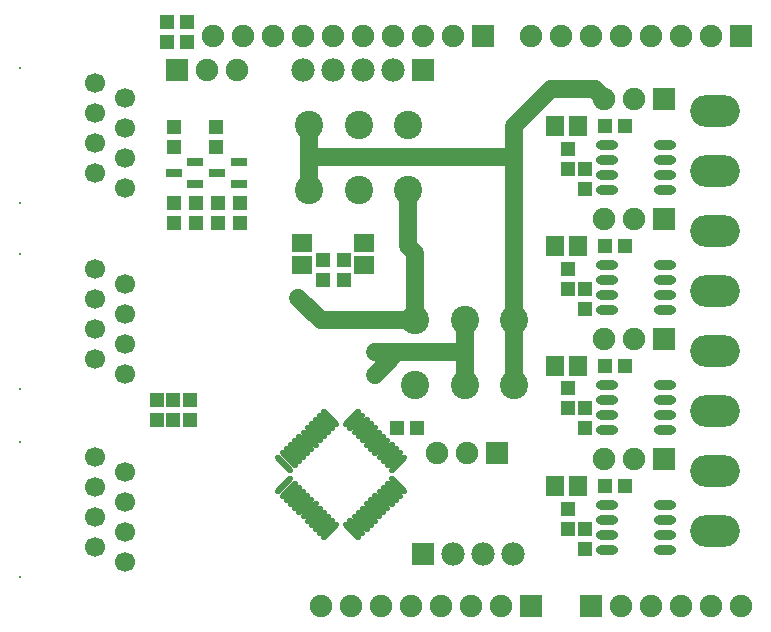
<source format=gts>
%FSLAX42Y42*%
%MOMM*%
G71*
G01*
G75*
G04 Layer_Color=8388736*
%ADD10R,1.00X1.10*%
%ADD11R,1.30X1.50*%
%ADD12O,1.70X0.60*%
%ADD13R,1.10X1.00*%
%ADD14R,1.20X0.60*%
G04:AMPARAMS|DCode=15|XSize=0.3mm|YSize=1.8mm|CornerRadius=0mm|HoleSize=0mm|Usage=FLASHONLY|Rotation=315.000|XOffset=0mm|YOffset=0mm|HoleType=Round|Shape=Round|*
%AMOVALD15*
21,1,1.50,0.30,0.00,0.00,45.0*
1,1,0.30,-0.53,-0.53*
1,1,0.30,0.53,0.53*
%
%ADD15OVALD15*%

G04:AMPARAMS|DCode=16|XSize=0.3mm|YSize=1.8mm|CornerRadius=0mm|HoleSize=0mm|Usage=FLASHONLY|Rotation=225.000|XOffset=0mm|YOffset=0mm|HoleType=Round|Shape=Round|*
%AMOVALD16*
21,1,1.50,0.30,0.00,0.00,315.0*
1,1,0.30,-0.53,0.53*
1,1,0.30,0.53,-0.53*
%
%ADD16OVALD16*%

%ADD17R,1.50X1.30*%
%ADD18C,0.60*%
%ADD19C,0.26*%
%ADD20C,1.20*%
%ADD21C,0.25*%
%ADD22C,0.70*%
%ADD23C,0.50*%
%ADD24C,1.50*%
%ADD25C,1.50*%
%ADD26O,4.00X2.50*%
%ADD27C,2.20*%
%ADD28C,1.70*%
%ADD29R,1.70X1.70*%
%ADD30R,1.78X1.78*%
%ADD31C,1.78*%
%ADD32C,0.90*%
%ADD33C,1.40*%
%ADD34R,2.90X1.68*%
G04:AMPARAMS|DCode=35|XSize=1mm|YSize=1.1mm|CornerRadius=0mm|HoleSize=0mm|Usage=FLASHONLY|Rotation=315.000|XOffset=0mm|YOffset=0mm|HoleType=Round|Shape=Rectangle|*
%AMROTATEDRECTD35*
4,1,4,-0.74,-0.04,0.04,0.74,0.74,0.04,-0.04,-0.74,-0.74,-0.04,0.0*
%
%ADD35ROTATEDRECTD35*%

G04:AMPARAMS|DCode=36|XSize=1mm|YSize=1.1mm|CornerRadius=0mm|HoleSize=0mm|Usage=FLASHONLY|Rotation=225.000|XOffset=0mm|YOffset=0mm|HoleType=Round|Shape=Rectangle|*
%AMROTATEDRECTD36*
4,1,4,-0.04,0.74,0.74,-0.04,0.04,-0.74,-0.74,0.04,-0.04,0.74,0.0*
%
%ADD36ROTATEDRECTD36*%

%ADD37C,0.25*%
%ADD38C,0.20*%
%ADD39C,0.40*%
%ADD40R,1.20X1.30*%
%ADD41R,1.50X1.70*%
%ADD42O,1.90X0.80*%
%ADD43R,1.30X1.20*%
%ADD44R,1.40X0.80*%
G04:AMPARAMS|DCode=45|XSize=0.5mm|YSize=2mm|CornerRadius=0mm|HoleSize=0mm|Usage=FLASHONLY|Rotation=315.000|XOffset=0mm|YOffset=0mm|HoleType=Round|Shape=Round|*
%AMOVALD45*
21,1,1.50,0.50,0.00,0.00,45.0*
1,1,0.50,-0.53,-0.53*
1,1,0.50,0.53,0.53*
%
%ADD45OVALD45*%

G04:AMPARAMS|DCode=46|XSize=0.5mm|YSize=2mm|CornerRadius=0mm|HoleSize=0mm|Usage=FLASHONLY|Rotation=225.000|XOffset=0mm|YOffset=0mm|HoleType=Round|Shape=Round|*
%AMOVALD46*
21,1,1.50,0.50,0.00,0.00,315.0*
1,1,0.50,-0.53,0.53*
1,1,0.50,0.53,-0.53*
%
%ADD46OVALD46*%

%ADD47R,1.70X1.50*%
%ADD48C,1.70*%
%ADD49C,0.20*%
%ADD50O,4.20X2.70*%
%ADD51C,2.40*%
%ADD52C,1.90*%
%ADD53R,1.90X1.90*%
%ADD54R,1.98X1.98*%
%ADD55C,1.98*%
D24*
X24760Y21331D02*
Y21881D01*
X26500Y19681D02*
Y21879D01*
X26080Y19681D02*
Y20231D01*
X25320Y19961D02*
X26080D01*
X25320Y19771D02*
X25510Y19961D01*
X24670Y20421D02*
X24860Y20231D01*
X25660D01*
X25600Y20861D02*
Y21331D01*
Y20861D02*
X25660Y20801D01*
Y20231D02*
Y20801D01*
X24760Y21621D02*
X24770Y21611D01*
X26500D01*
Y21879D02*
X26812Y22191D01*
X27179D01*
X27262Y22108D01*
D40*
X23610Y19556D02*
D03*
Y19386D02*
D03*
X23470Y19556D02*
D03*
Y19386D02*
D03*
X23750Y19556D02*
D03*
Y19386D02*
D03*
X26950Y21516D02*
D03*
Y21686D02*
D03*
X27100Y21516D02*
D03*
Y21346D02*
D03*
X26950Y20496D02*
D03*
Y20666D02*
D03*
X27100Y20496D02*
D03*
Y20326D02*
D03*
X26950Y18466D02*
D03*
Y18636D02*
D03*
X27100Y18466D02*
D03*
Y18296D02*
D03*
X26950Y19486D02*
D03*
Y19656D02*
D03*
X27100Y19486D02*
D03*
Y19316D02*
D03*
X23620Y21866D02*
D03*
Y21696D02*
D03*
X23970Y21866D02*
D03*
Y21696D02*
D03*
X24180Y21056D02*
D03*
X24180Y21226D02*
D03*
X23990Y21226D02*
D03*
Y21056D02*
D03*
X23800D02*
D03*
Y21226D02*
D03*
X23620Y21226D02*
D03*
X23620Y21056D02*
D03*
X23730Y22756D02*
D03*
Y22586D02*
D03*
X23560Y22756D02*
D03*
Y22586D02*
D03*
X24880Y20746D02*
D03*
Y20576D02*
D03*
X25060Y20746D02*
D03*
Y20576D02*
D03*
D41*
X27035Y21879D02*
D03*
X26845D02*
D03*
X27035Y20861D02*
D03*
X26845D02*
D03*
X27035Y19841D02*
D03*
X26845D02*
D03*
X27035Y18831D02*
D03*
X26845D02*
D03*
D42*
X27775Y21333D02*
D03*
Y21460D02*
D03*
Y21587D02*
D03*
Y21714D02*
D03*
X27285Y21333D02*
D03*
Y21460D02*
D03*
Y21587D02*
D03*
Y21714D02*
D03*
X27775Y20317D02*
D03*
Y20444D02*
D03*
Y20571D02*
D03*
Y20698D02*
D03*
X27285Y20317D02*
D03*
Y20444D02*
D03*
Y20571D02*
D03*
Y20698D02*
D03*
X27775Y19301D02*
D03*
Y19428D02*
D03*
Y19555D02*
D03*
Y19682D02*
D03*
X27285Y19301D02*
D03*
Y19428D02*
D03*
Y19555D02*
D03*
Y19682D02*
D03*
X27775Y18285D02*
D03*
Y18412D02*
D03*
Y18539D02*
D03*
Y18666D02*
D03*
X27285Y18285D02*
D03*
Y18412D02*
D03*
Y18539D02*
D03*
Y18666D02*
D03*
D43*
X27435Y21879D02*
D03*
X27265D02*
D03*
X27435Y20863D02*
D03*
X27265D02*
D03*
X27435Y19847D02*
D03*
X27265D02*
D03*
X27435Y18831D02*
D03*
X27265D02*
D03*
X25675Y19321D02*
D03*
X25505D02*
D03*
D44*
X23984Y21477D02*
D03*
X24164Y21572D02*
D03*
Y21382D02*
D03*
X23616Y21477D02*
D03*
X23796Y21572D02*
D03*
Y21382D02*
D03*
D45*
X25515Y19018D02*
D03*
X25479Y19053D02*
D03*
X25444Y19088D02*
D03*
X25409Y19124D02*
D03*
X25373Y19159D02*
D03*
X25338Y19194D02*
D03*
X25303Y19230D02*
D03*
X25267Y19265D02*
D03*
X25232Y19300D02*
D03*
X25197Y19336D02*
D03*
X25161Y19371D02*
D03*
X25126Y19407D02*
D03*
X24553Y18834D02*
D03*
X24588Y18798D02*
D03*
X24624Y18763D02*
D03*
X24659Y18728D02*
D03*
X24694Y18692D02*
D03*
X24730Y18657D02*
D03*
X24765Y18622D02*
D03*
X24801Y18586D02*
D03*
X24836Y18551D02*
D03*
X24871Y18516D02*
D03*
X24907Y18480D02*
D03*
X24942Y18445D02*
D03*
D46*
Y19407D02*
D03*
X24907Y19371D02*
D03*
X24871Y19336D02*
D03*
X24836Y19300D02*
D03*
X24801Y19265D02*
D03*
X24765Y19230D02*
D03*
X24730Y19194D02*
D03*
X24694Y19159D02*
D03*
X24659Y19124D02*
D03*
X24624Y19088D02*
D03*
X24588Y19053D02*
D03*
X24553Y19018D02*
D03*
X25126Y18445D02*
D03*
X25161Y18480D02*
D03*
X25197Y18516D02*
D03*
X25232Y18551D02*
D03*
X25267Y18586D02*
D03*
X25303Y18622D02*
D03*
X25338Y18657D02*
D03*
X25373Y18692D02*
D03*
X25409Y18728D02*
D03*
X25444Y18763D02*
D03*
X25479Y18798D02*
D03*
X25515Y18834D02*
D03*
D47*
X25230Y20696D02*
D03*
Y20886D02*
D03*
X24700Y20696D02*
D03*
Y20886D02*
D03*
D48*
X23199Y21355D02*
D03*
X22945Y21482D02*
D03*
X23199Y21609D02*
D03*
X22945Y21736D02*
D03*
Y21990D02*
D03*
X23199Y22117D02*
D03*
Y21863D02*
D03*
X22945Y22244D02*
D03*
Y20664D02*
D03*
X23199Y20283D02*
D03*
Y20537D02*
D03*
X22945Y20410D02*
D03*
Y20156D02*
D03*
X23199Y20029D02*
D03*
X22945Y19902D02*
D03*
X23199Y19775D02*
D03*
Y18185D02*
D03*
X22945Y18312D02*
D03*
X23199Y18439D02*
D03*
X22945Y18566D02*
D03*
Y18820D02*
D03*
X23199Y18947D02*
D03*
Y18693D02*
D03*
X22945Y19074D02*
D03*
D49*
X22310Y22371D02*
D03*
Y21228D02*
D03*
Y19648D02*
D03*
Y20791D02*
D03*
Y19201D02*
D03*
Y18058D02*
D03*
D50*
X28200Y18451D02*
D03*
Y18959D02*
D03*
Y19975D02*
D03*
Y19467D02*
D03*
Y20483D02*
D03*
Y20991D02*
D03*
Y22007D02*
D03*
Y21499D02*
D03*
D51*
X25660Y20231D02*
D03*
X26080D02*
D03*
X26500D02*
D03*
X25660Y19681D02*
D03*
X26080D02*
D03*
X26500D02*
D03*
X24760Y21881D02*
D03*
X25180D02*
D03*
X25600D02*
D03*
X24760Y21331D02*
D03*
X25180D02*
D03*
X25600D02*
D03*
D52*
X23894Y22351D02*
D03*
X24148D02*
D03*
X25842Y19111D02*
D03*
X26096D02*
D03*
X27516Y19060D02*
D03*
X27262D02*
D03*
Y20076D02*
D03*
X27516D02*
D03*
Y21092D02*
D03*
X27262D02*
D03*
Y22108D02*
D03*
X27516D02*
D03*
X27404Y17815D02*
D03*
X27912D02*
D03*
X28166D02*
D03*
X27658D02*
D03*
X28420D02*
D03*
X26388D02*
D03*
X25880D02*
D03*
X25626D02*
D03*
X24864D02*
D03*
X25118D02*
D03*
X26134D02*
D03*
X25372D02*
D03*
X28166Y22641D02*
D03*
X27658D02*
D03*
X27404D02*
D03*
X26642D02*
D03*
X26896D02*
D03*
X27912D02*
D03*
X27150D02*
D03*
X25474D02*
D03*
X25728D02*
D03*
X24712D02*
D03*
X24966D02*
D03*
X24204D02*
D03*
X23950D02*
D03*
X25982D02*
D03*
X25220D02*
D03*
X24458D02*
D03*
D53*
X23640Y22351D02*
D03*
X26350Y19111D02*
D03*
X27770Y19060D02*
D03*
Y20076D02*
D03*
Y21092D02*
D03*
Y22108D02*
D03*
X27150Y17815D02*
D03*
X26642D02*
D03*
X28420Y22641D02*
D03*
X26236D02*
D03*
D54*
X25730Y18251D02*
D03*
Y22351D02*
D03*
D55*
X25984Y18251D02*
D03*
X26492D02*
D03*
X26238D02*
D03*
X25222Y22351D02*
D03*
X24714D02*
D03*
X24968D02*
D03*
X25476D02*
D03*
M02*

</source>
